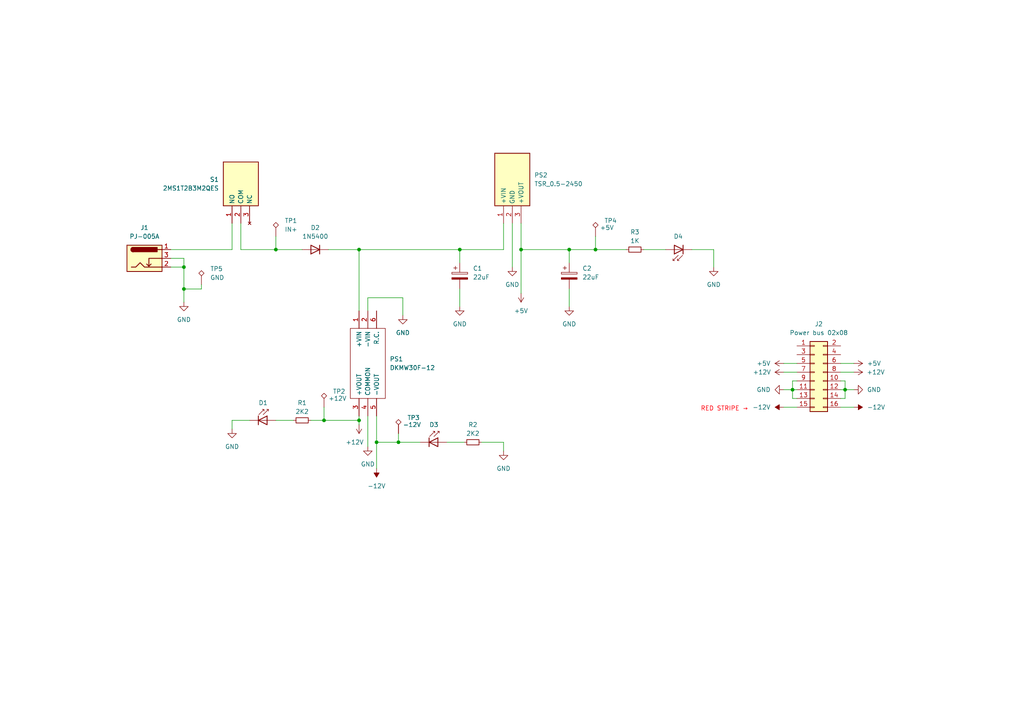
<source format=kicad_sch>
(kicad_sch (version 20231120) (generator "eeschema") (generator_version "8.0")
  (paper "A4")
  (title_block (title "Pike — 4hp power for eurorack") (date "2025-01-07") (company "github.com/Atarity/eurorack"))
  (lib_symbols
    (symbol "2MS1T2B3M2QES:2MS1T2B3M2QES"
      (property "Reference" "S" (at 19.05 7.62 0))
      (property "Value" "2MS1T2B3M2QES" (at 19.05 5.08 0))
      (symbol "2MS1T2B3M2QES_1_1"
        (rectangle (start 5.08 2.54) (end 17.78 -7.62) (stroke (width 0.254)) (fill (type background)))
        (pin passive line (at 0 -5.08 0) (length 5.08) (name "NO") (number "1"))
        (pin passive line (at 0 -2.54 0) (length 5.08) (name "COM") (number "2"))
        (pin no_connect line (at 0 0 0) (length 5.08) (name "NC") (number "3"))
      )
    )
    (symbol "Connector:TestPoint_Alt" (pin_numbers hide) (pin_names (offset 0.762) hide)
      (property "Reference" "TP" (at 0 6.858 0))
      (property "Value" "TestPoint_Alt" (at 0 5.08 0))
      (symbol "TestPoint_Alt_0_1"
        (polyline (pts (xy 0 2.54) (xy -0.762 3.302) (xy 0 4.064) (xy 0.762 3.302) (xy 0 2.54)))
      )
      (symbol "TestPoint_Alt_1_1"
        (pin passive line (at 0 0 90) (length 2.54) (name "1") (number "1"))
      )
    )
    (symbol "Connector_Generic:Conn_02x08_Odd_Even" (pin_names (offset 1.016) hide)
      (property "Reference" "J" (at 1.27 10.16 0))
      (property "Value" "Conn_02x08_Odd_Even" (at 1.27 -12.7 0))
      (symbol "Conn_02x08_Odd_Even_1_1"
        (rectangle (start -1.27 -10.033) (end 0 -10.287) (stroke (width 0.1524)))
        (rectangle (start -1.27 -7.493) (end 0 -7.747) (stroke (width 0.1524)))
        (rectangle (start -1.27 -4.953) (end 0 -5.207) (stroke (width 0.1524)))
        (rectangle (start -1.27 -2.413) (end 0 -2.667) (stroke (width 0.1524)))
        (rectangle (start -1.27 0.127) (end 0 -0.127) (stroke (width 0.1524)))
        (rectangle (start -1.27 2.667) (end 0 2.413) (stroke (width 0.1524)))
        (rectangle (start -1.27 5.207) (end 0 4.953) (stroke (width 0.1524)))
        (rectangle (start -1.27 7.747) (end 0 7.493) (stroke (width 0.1524)))
        (rectangle (start -1.27 8.89) (end 3.81 -11.43) (stroke (width 0.254)) (fill (type background)))
        (rectangle (start 3.81 -10.033) (end 2.54 -10.287) (stroke (width 0.1524)))
        (rectangle (start 3.81 -7.493) (end 2.54 -7.747) (stroke (width 0.1524)))
        (rectangle (start 3.81 -4.953) (end 2.54 -5.207) (stroke (width 0.1524)))
        (rectangle (start 3.81 -2.413) (end 2.54 -2.667) (stroke (width 0.1524)))
        (rectangle (start 3.81 0.127) (end 2.54 -0.127) (stroke (width 0.1524)))
        (rectangle (start 3.81 2.667) (end 2.54 2.413) (stroke (width 0.1524)))
        (rectangle (start 3.81 5.207) (end 2.54 4.953) (stroke (width 0.1524)))
        (rectangle (start 3.81 7.747) (end 2.54 7.493) (stroke (width 0.1524)))
        (pin passive line (at -5.08 7.62 0) (length 3.81) (name "Pin_1") (number "1"))
        (pin passive line (at 7.62 -2.54 180) (length 3.81) (name "Pin_10") (number "10"))
        (pin passive line (at -5.08 -5.08 0) (length 3.81) (name "Pin_11") (number "11"))
        (pin passive line (at 7.62 -5.08 180) (length 3.81) (name "Pin_12") (number "12"))
        (pin passive line (at -5.08 -7.62 0) (length 3.81) (name "Pin_13") (number "13"))
        (pin passive line (at 7.62 -7.62 180) (length 3.81) (name "Pin_14") (number "14"))
        (pin passive line (at -5.08 -10.16 0) (length 3.81) (name "Pin_15") (number "15"))
        (pin passive line (at 7.62 -10.16 180) (length 3.81) (name "Pin_16") (number "16"))
        (pin passive line (at 7.62 7.62 180) (length 3.81) (name "Pin_2") (number "2"))
        (pin passive line (at -5.08 5.08 0) (length 3.81) (name "Pin_3") (number "3"))
        (pin passive line (at 7.62 5.08 180) (length 3.81) (name "Pin_4") (number "4"))
        (pin passive line (at -5.08 2.54 0) (length 3.81) (name "Pin_5") (number "5"))
        (pin passive line (at 7.62 2.54 180) (length 3.81) (name "Pin_6") (number "6"))
        (pin passive line (at -5.08 0 0) (length 3.81) (name "Pin_7") (number "7"))
        (pin passive line (at 7.62 0 180) (length 3.81) (name "Pin_8") (number "8"))
        (pin passive line (at -5.08 -2.54 0) (length 3.81) (name "Pin_9") (number "9"))
      )
    )
    (symbol "DKMW30F-12:DKMW30F-12" (pin_names (offset 0.762))
      (property "Reference" "PS" (at 26.67 7.62 0))
      (property "Value" "DKMW30F-12" (at 26.67 5.08 0))
      (symbol "DKMW30F-12_0_0"
        (pin passive line (at 0 -5.08 0) (length 5.08) (name "+VIN") (number "1"))
        (pin passive line (at 0 -2.54 0) (length 5.08) (name "-VIN") (number "2"))
        (pin passive line (at 30.48 -5.08 180) (length 5.08) (name "+VOUT") (number "3"))
        (pin passive line (at 30.48 -2.54 180) (length 5.08) (name "COMMON") (number "4"))
        (pin passive line (at 30.48 0 180) (length 5.08) (name "-VOUT") (number "5"))
        (pin passive line (at 0 0 0) (length 5.08) (name "R.C.") (number "6"))
      )
      (symbol "DKMW30F-12_0_1"
        (polyline (pts (xy 5.08 2.54) (xy 25.4 2.54) (xy 25.4 -7.62) (xy 5.08 -7.62) (xy 5.08 2.54)) (stroke (width 0.1524)))
      )
    )
    (symbol "Device:C_Polarized" (pin_numbers hide) (pin_names (offset 0.254))
      (property "Reference" "C" (at 0.635 2.54 0))
      (property "Value" "C_Polarized" (at 0.635 -2.54 0))
      (symbol "C_Polarized_0_1"
        (rectangle (start -2.286 0.508) (end 2.286 1.016))
        (polyline (pts (xy -1.778 2.286) (xy -0.762 2.286)))
        (polyline (pts (xy -1.27 2.794) (xy -1.27 1.778)))
        (rectangle (start 2.286 -0.508) (end -2.286 -1.016) (fill (type outline)))
      )
      (symbol "C_Polarized_1_1"
        (pin passive line (at 0 3.81 270) (length 2.794) (name "~") (number "1"))
        (pin passive line (at 0 -3.81 90) (length 2.794) (name "~") (number "2"))
      )
    )
    (symbol "Device:R_Small" (pin_numbers hide) (pin_names (offset 0.254) hide)
      (property "Reference" "R" (at 0.762 0.508 0))
      (property "Value" "R_Small" (at 0.762 -1.016 0))
      (symbol "R_Small_0_1"
        (rectangle (start -0.762 1.778) (end 0.762 -1.778) (stroke (width 0.2032)))
      )
      (symbol "R_Small_1_1"
        (pin passive line (at 0 2.54 270) (length 0.762) (name "~") (number "1"))
        (pin passive line (at 0 -2.54 90) (length 0.762) (name "~") (number "2"))
      )
    )
    (symbol "Diode:1N5400" (pin_numbers hide) (pin_names hide)
      (property "Reference" "D" (at 0 2.54 0))
      (property "Value" "1N5400" (at 0 -2.54 0))
      (symbol "1N5400_0_1"
        (polyline (pts (xy -1.27 1.27) (xy -1.27 -1.27)) (stroke (width 0.254)))
        (polyline (pts (xy 1.27 0) (xy -1.27 0)))
        (polyline (pts (xy 1.27 1.27) (xy 1.27 -1.27) (xy -1.27 0) (xy 1.27 1.27)) (stroke (width 0.254)))
      )
      (symbol "1N5400_1_1"
        (pin passive line (at -3.81 0 0) (length 2.54) (name "K") (number "1"))
        (pin passive line (at 3.81 0 180) (length 2.54) (name "A") (number "2"))
      )
    )
    (symbol "LED:IR204A" (pin_numbers hide) (pin_names (offset 1.016) hide)
      (property "Reference" "D" (at 0.508 1.778 0))
      (property "Value" "IR204A" (at -1.016 -2.794 0))
      (symbol "IR204A_0_1"
        (polyline (pts (xy -2.54 1.27) (xy -2.54 -1.27)) (stroke (width 0.254)))
        (polyline (pts (xy 0 0) (xy -2.54 0)))
        (polyline (pts (xy 0.381 3.175) (xy -0.127 3.175)))
        (polyline (pts (xy -1.143 1.651) (xy 0.381 3.175) (xy 0.381 2.667)))
        (polyline (pts (xy 0 1.27) (xy -2.54 0) (xy 0 -1.27) (xy 0 1.27)) (stroke (width 0.254)))
        (polyline (pts (xy -2.413 1.651) (xy -0.889 3.175) (xy -0.889 2.667) (xy -0.889 3.175) (xy -1.397 3.175)))
      )
      (symbol "IR204A_1_1"
        (pin passive line (at -5.08 0 0) (length 2.54) (name "K") (number "1"))
        (pin passive line (at 2.54 0 180) (length 2.54) (name "A") (number "2"))
      )
    )
    (symbol "PJ-005A:PJ-005A" (pin_names hide)
      (property "Reference" "J" (at 0 5.334 0))
      (property "Value" "PJ-005A" (at 0 -5.08 0))
      (symbol "PJ-005A_0_1"
        (rectangle (start -5.08 3.81) (end 5.08 -3.81) (stroke (width 0.254)) (fill (type background)))
        (arc (start -3.302 3.175) (mid -3.9343 2.54) (end -3.302 1.905) (stroke (width 0.254)))
        (arc (start -3.302 3.175) (mid -3.9343 2.54) (end -3.302 1.905) (stroke (width 0.254)) (fill (type outline)))
        (polyline (pts (xy 1.27 -2.286) (xy 1.905 -1.651)) (stroke (width 0.254)))
        (polyline (pts (xy 5.08 2.54) (xy 3.81 2.54)) (stroke (width 0.254)))
        (polyline (pts (xy 5.08 0) (xy 1.27 0) (xy 1.27 -2.286) (xy 0.635 -1.651)) (stroke (width 0.254)))
        (polyline (pts (xy -3.81 -2.54) (xy -2.54 -2.54) (xy -1.27 -1.27) (xy 0 -2.54) (xy 2.54 -2.54) (xy 5.08 -2.54)) (stroke (width 0.254)))
        (rectangle (start 3.683 3.175) (end -3.302 1.905) (stroke (width 0.254)) (fill (type outline)))
      )
      (symbol "PJ-005A_1_1"
        (pin passive line (at 7.62 2.54 180) (length 2.54) (name "~") (number "1"))
        (pin passive line (at 7.62 -2.54 180) (length 2.54) (name "~") (number "2"))
        (pin passive line (at 7.62 0 180) (length 2.54) (name "~") (number "3"))
      )
    )
    (symbol "TSR_0.5-2450:TSR_0.5-2450"
      (property "Reference" "PS" (at 21.59 7.62 0))
      (property "Value" "TSR_0.5-2450" (at 21.59 5.08 0))
      (symbol "TSR_0.5-2450_1_1"
        (rectangle (start 5.08 2.54) (end 20.32 -7.62) (stroke (width 0.254)) (fill (type background)))
        (pin passive line (at 0 0 0) (length 5.08) (name "+VIN") (number "1"))
        (pin passive line (at 0 -2.54 0) (length 5.08) (name "GND") (number "2"))
        (pin passive line (at 0 -5.08 0) (length 5.08) (name "+VOUT") (number "3"))
      )
    )
    (symbol "power:+12V" (power) (pin_names (offset 0))
      (property "Value" "+12V" (at 0 3.556 0))
      (symbol "+12V_0_1"
        (polyline (pts (xy -0.762 1.27) (xy 0 2.54)))
        (polyline (pts (xy 0 0) (xy 0 2.54)))
        (polyline (pts (xy 0 2.54) (xy 0.762 1.27)))
      )
      (symbol "+12V_1_1"
        (pin power_in line (at 0 0 90) (length 0) hide (name "+12V") (number "1"))
      )
    )
    (symbol "power:+5V" (power) (pin_names (offset 0))
      (property "Value" "+5V" (at 0 3.556 0))
      (symbol "+5V_0_1"
        (polyline (pts (xy -0.762 1.27) (xy 0 2.54)))
        (polyline (pts (xy 0 0) (xy 0 2.54)))
        (polyline (pts (xy 0 2.54) (xy 0.762 1.27)))
      )
      (symbol "+5V_1_1"
        (pin power_in line (at 0 0 90) (length 0) hide (name "+5V") (number "1"))
      )
    )
    (symbol "power:-12V" (power) (pin_names (offset 0))
      (property "Value" "-12V" (at 0 3.81 0))
      (symbol "-12V_0_0"
        (pin power_in line (at 0 0 90) (length 0) hide (name "-12V") (number "1"))
      )
      (symbol "-12V_0_1"
        (polyline (pts (xy 0 0) (xy 0 1.27) (xy 0.762 1.27) (xy 0 2.54) (xy -0.762 1.27) (xy 0 1.27)) (fill (type outline)))
      )
    )
    (symbol "power:GND" (power) (pin_names (offset 0))
      (property "Value" "GND" (at 0 -3.81 0))
      (symbol "GND_0_1"
        (polyline (pts (xy 0 0) (xy 0 -1.27) (xy 1.27 -1.27) (xy 0 -2.54) (xy -1.27 -1.27) (xy 0 -1.27)))
      )
      (symbol "GND_1_1"
        (pin power_in line (at 0 0 270) (length 0) hide (name "GND") (number "1"))
      )
    )
  )
  (junction (at 80.01 72.39))
  (junction (at 172.72 72.39))
  (junction (at 133.35 72.39))
  (junction (at 229.87 113.03))
  (junction (at 115.57 128.27))
  (junction (at 93.98 121.92))
  (junction (at 151.13 72.39))
  (junction (at 245.11 113.03))
  (junction (at 53.34 77.47))
  (junction (at 104.14 121.92))
  (junction (at 104.14 72.39))
  (junction (at 109.22 128.27))
  (junction (at 165.1 72.39))
  (junction (at 53.34 83.82))
  (wire (pts (xy 245.11 115.57) (xy 245.11 113.03)))
  (wire (pts (xy 80.01 72.39) (xy 87.63 72.39)))
  (wire (pts (xy 95.25 72.39) (xy 104.14 72.39)))
  (wire (pts (xy 207.01 72.39) (xy 200.66 72.39)))
  (wire (pts (xy 207.01 77.47) (xy 207.01 72.39)))
  (wire (pts (xy 229.87 113.03) (xy 229.87 115.57)))
  (wire (pts (xy 245.11 113.03) (xy 247.65 113.03)))
  (wire (pts (xy 229.87 113.03) (xy 231.14 113.03)))
  (wire (pts (xy 69.85 64.77) (xy 69.85 72.39)))
  (wire (pts (xy 53.34 83.82) (xy 53.34 87.63)))
  (wire (pts (xy 104.14 121.92) (xy 104.14 123.19)))
  (wire (pts (xy 53.34 77.47) (xy 53.34 83.82)))
  (wire (pts (xy 67.31 64.77) (xy 67.31 72.39)))
  (wire (pts (xy 80.01 121.92) (xy 85.09 121.92)))
  (wire (pts (xy 172.72 68.58) (xy 172.72 72.39)))
  (wire (pts (xy 151.13 72.39) (xy 165.1 72.39)))
  (wire (pts (xy 151.13 64.77) (xy 151.13 72.39)))
  (wire (pts (xy 229.87 115.57) (xy 231.14 115.57)))
  (wire (pts (xy 115.57 128.27) (xy 121.92 128.27)))
  (wire (pts (xy 106.68 120.65) (xy 106.68 129.54)))
  (wire (pts (xy 129.54 128.27) (xy 134.62 128.27)))
  (wire (pts (xy 109.22 120.65) (xy 109.22 128.27)))
  (wire (pts (xy 93.98 121.92) (xy 104.14 121.92)))
  (wire (pts (xy 146.05 72.39) (xy 146.05 64.77)))
  (wire (pts (xy 146.05 130.81) (xy 146.05 128.27)))
  (wire (pts (xy 172.72 72.39) (xy 181.61 72.39)))
  (wire (pts (xy 243.84 118.11) (xy 247.65 118.11)))
  (wire (pts (xy 69.85 72.39) (xy 80.01 72.39)))
  (wire (pts (xy 80.01 68.58) (xy 80.01 72.39)))
  (wire (pts (xy 106.68 86.36) (xy 116.84 86.36)))
  (wire (pts (xy 165.1 72.39) (xy 172.72 72.39)))
  (wire (pts (xy 90.17 121.92) (xy 93.98 121.92)))
  (wire (pts (xy 227.33 105.41) (xy 231.14 105.41)))
  (wire (pts (xy 133.35 72.39) (xy 146.05 72.39)))
  (wire (pts (xy 231.14 110.49) (xy 229.87 110.49)))
  (wire (pts (xy 151.13 72.39) (xy 151.13 85.09)))
  (wire (pts (xy 165.1 72.39) (xy 165.1 76.2)))
  (wire (pts (xy 227.33 107.95) (xy 231.14 107.95)))
  (wire (pts (xy 115.57 125.73) (xy 115.57 128.27)))
  (wire (pts (xy 243.84 107.95) (xy 247.65 107.95)))
  (wire (pts (xy 53.34 74.93) (xy 53.34 77.47)))
  (wire (pts (xy 245.11 113.03) (xy 245.11 110.49)))
  (wire (pts (xy 133.35 83.82) (xy 133.35 88.9)))
  (wire (pts (xy 49.53 74.93) (xy 53.34 74.93)))
  (wire (pts (xy 109.22 128.27) (xy 109.22 135.89)))
  (wire (pts (xy 49.53 77.47) (xy 53.34 77.47)))
  (wire (pts (xy 93.98 118.11) (xy 93.98 121.92)))
  (wire (pts (xy 165.1 83.82) (xy 165.1 88.9)))
  (wire (pts (xy 116.84 86.36) (xy 116.84 91.44)))
  (wire (pts (xy 106.68 90.17) (xy 106.68 86.36)))
  (wire (pts (xy 227.33 113.03) (xy 229.87 113.03)))
  (wire (pts (xy 104.14 72.39) (xy 133.35 72.39)))
  (wire (pts (xy 146.05 128.27) (xy 139.7 128.27)))
  (wire (pts (xy 229.87 110.49) (xy 229.87 113.03)))
  (wire (pts (xy 243.84 113.03) (xy 245.11 113.03)))
  (wire (pts (xy 104.14 120.65) (xy 104.14 121.92)))
  (wire (pts (xy 58.42 82.55) (xy 58.42 83.82)))
  (wire (pts (xy 227.33 118.11) (xy 231.14 118.11)))
  (wire (pts (xy 243.84 115.57) (xy 245.11 115.57)))
  (wire (pts (xy 67.31 124.46) (xy 67.31 121.92)))
  (wire (pts (xy 104.14 72.39) (xy 104.14 90.17)))
  (wire (pts (xy 109.22 128.27) (xy 115.57 128.27)))
  (wire (pts (xy 67.31 121.92) (xy 72.39 121.92)))
  (wire (pts (xy 243.84 105.41) (xy 247.65 105.41)))
  (wire (pts (xy 186.69 72.39) (xy 193.04 72.39)))
  (wire (pts (xy 58.42 83.82) (xy 53.34 83.82)))
  (wire (pts (xy 148.59 64.77) (xy 148.59 77.47)))
  (wire (pts (xy 133.35 72.39) (xy 133.35 76.2)))
  (wire (pts (xy 245.11 110.49) (xy 243.84 110.49)))
  (wire (pts (xy 49.53 72.39) (xy 67.31 72.39)))
  (text "RED STRIPE →" (at 203.2 119.38 0) (effects (font (size 1.27 1.27)) (justify left bottom)))
  (symbol (lib_id "Connector:TestPoint_Alt") (at 172.72 68.58 0) (unit 1)
    (property "Reference" "TP4" (at 175.26 64.008 0) (effects (justify left)))
    (property "Value" "+5V" (at 173.99 66.04 0) (effects (justify left)))
    (property "Footprint" "TestPoint:TestPoint_Pad_D1.0mm" (effects (hide yes)))
  )
  (symbol (lib_id "Device:C_Polarized") (at 165.1 80.01 0) (unit 1)
    (property "Reference" "C2" (at 168.91 77.851 0) (effects (justify left)))
    (property "Value" "22uF" (at 168.91 80.391 0) (effects (justify left)))
    (property "Footprint" "Capacitor_THT:CP_Radial_D6.3mm_P2.50mm" (effects (hide yes)))
  )
  (symbol (lib_id "power:+12V") (at 247.65 107.95 270) (unit 1)
    (property "Reference" "#PWR017" (effects (hide yes)))
    (property "Value" "+12V" (at 254 107.95 90))
  )
  (symbol (lib_id "power:GND") (at 53.34 87.63 0) (unit 1)
    (property "Reference" "#PWR01" (effects (hide yes)))
    (property "Value" "GND" (at 53.34 92.71 0))
  )
  (symbol (lib_id "power:+12V") (at 104.14 123.19 180) (unit 1)
    (property "Reference" "#PWR03" (effects (hide yes)))
    (property "Value" "+12V" (at 102.87 128.27 0))
  )
  (symbol (lib_id "power:GND") (at 247.65 113.03 90) (unit 1)
    (property "Reference" "#PWR015" (effects (hide yes)))
    (property "Value" "GND" (at 251.46 113.03 90) (effects (justify right)))
  )
  (symbol (lib_id "power:-12V") (at 109.22 135.89 180) (unit 1)
    (property "Reference" "#PWR05" (effects (hide yes)))
    (property "Value" "-12V" (at 109.22 140.97 0))
  )
  (symbol (lib_id "power:GND") (at 67.31 124.46 0) (unit 1)
    (property "Reference" "#PWR02" (effects (hide yes)))
    (property "Value" "GND" (at 67.31 129.54 0))
  )
  (symbol (lib_id "Device:R_Small") (at 137.16 128.27 90) (unit 1)
    (property "Reference" "R2" (at 137.16 123.19 90))
    (property "Value" "2K2" (at 137.16 125.73 90))
    (property "Footprint" "Resistor_THT:R_Axial_DIN0207_L6.3mm_D2.5mm_P7.62mm_Horizontal" (effects (hide yes)))
  )
  (symbol (lib_id "power:+5V") (at 151.13 85.09 180) (unit 1)
    (property "Reference" "#PWR010" (effects (hide yes)))
    (property "Value" "+5V" (at 151.13 90.17 0))
  )
  (symbol (lib_id "Connector:TestPoint_Alt") (at 93.98 118.11 0) (unit 1)
    (property "Reference" "TP2" (at 96.52 113.538 0) (effects (justify left)))
    (property "Value" "+12V" (at 95.25 115.57 0) (effects (justify left)))
    (property "Footprint" "TestPoint:TestPoint_Pad_D1.0mm" (effects (hide yes)))
  )
  (symbol (lib_id "power:GND") (at 133.35 88.9 0) (unit 1)
    (property "Reference" "#PWR07" (effects (hide yes)))
    (property "Value" "GND" (at 133.35 93.98 0))
  )
  (symbol (lib_id "power:-12V") (at 227.33 118.11 90) (unit 1)
    (property "Reference" "#PWR013" (effects (hide yes)))
    (property "Value" "-12V" (at 223.52 118.11 90) (effects (justify left)))
  )
  (symbol (lib_id "power:+12V") (at 227.33 107.95 90) (unit 1)
    (property "Reference" "#PWR016" (effects (hide yes)))
    (property "Value" "+12V" (at 220.98 107.95 90))
  )
  (symbol (lib_id "PJ-005A:PJ-005A") (at 41.91 74.93 0) (unit 1)
    (property "Reference" "J1" (at 41.91 66.04 0))
    (property "Value" "PJ-005A" (at 41.91 68.58 0))
    (property "Footprint" "PJ-005A:PJ005A" (effects (hide yes)))
    (property "Datasheet" "https://www.mouser.fi/datasheet/2/670/pj_005a-1778706.pdf" (effects (hide yes)))
    (property "Vendor" "CUI Devices" (effects (hide yes)))
  )
  (symbol (lib_id "power:GND") (at 116.84 91.44 0) (unit 1)
    (property "Reference" "#PWR06" (effects (hide yes)))
    (property "Value" "GND" (at 116.84 96.52 0))
  )
  (symbol (lib_id "Diode:1N5400") (at 91.44 72.39 180) (unit 1)
    (property "Reference" "D2" (at 91.44 66.04 0))
    (property "Value" "1N5400" (at 91.44 68.58 0))
    (property "Footprint" "Diode_THT:D_DO-201AD_P15.24mm_Horizontal" (effects (hide yes)))
    (property "Datasheet" "http://www.vishay.com/docs/88516/1n5400.pdf" (effects (hide yes)))
    (property "Sim.Device" "D" (effects (hide yes)))
    (property "Sim.Pins" "1=K 2=A" (effects (hide yes)))
  )
  (symbol (lib_id "power:GND") (at 106.68 129.54 0) (unit 1)
    (property "Reference" "#PWR04" (effects (hide yes)))
    (property "Value" "GND" (at 106.68 134.62 0))
  )
  (symbol (lib_id "LED:IR204A") (at 77.47 121.92 0) (unit 1)
    (property "Reference" "D1" (at 76.327 116.84 0))
    (property "Value" "604-WP424GDT" (effects (hide yes)))
    (property "Footprint" "LED_THT:LED_D3.0mm_IRBlack" (effects (hide yes)))
  )
  (symbol (lib_id "Device:R_Small") (at 184.15 72.39 90) (unit 1)
    (property "Reference" "R3" (at 184.15 67.31 90))
    (property "Value" "1K" (at 184.15 69.85 90))
    (property "Footprint" "Resistor_THT:R_Axial_DIN0207_L6.3mm_D2.5mm_P7.62mm_Horizontal" (effects (hide yes)))
  )
  (symbol (lib_id "power:GND") (at 146.05 130.81 0) (unit 1)
    (property "Reference" "#PWR08" (effects (hide yes)))
    (property "Value" "GND" (at 146.05 135.89 0))
  )
  (symbol (lib_id "Device:R_Small") (at 87.63 121.92 90) (unit 1)
    (property "Reference" "R1" (at 87.63 116.84 90))
    (property "Value" "2K2" (at 87.63 119.38 90))
    (property "Footprint" "Resistor_THT:R_Axial_DIN0207_L6.3mm_D2.5mm_P7.62mm_Horizontal" (effects (hide yes)))
  )
  (symbol (lib_id "TSR_0.5-2450:TSR_0.5-2450") (at 146.05 64.77 90) (unit 1)
    (property "Reference" "PS2" (at 154.94 50.8 90) (effects (justify right)))
    (property "Value" "TSR_0.5-2450" (at 154.94 53.34 90) (effects (justify right)))
    (property "Footprint" "TSR_0.5-2450:TSR-0.5-2433" (effects (hide yes)))
    (property "Datasheet" "https://tracopower.com/tsr0-5-datasheet/" (effects (hide yes)))
    (property "Mouser Part Number" "495-TSR0.5-2450" (effects (hide yes)))
    (property "Mouser Price/Stock" "https://www.mouser.co.uk/ProductDetail/TRACO-Power/TSR-0.5-2450?qs=ckJk83FOD0XpEgQBSwF%2FIw%3D%3D" (effects (hide yes)))
    (property "Manufacturer_Name" "Traco Power" (effects (hide yes)))
    (property "Manufacturer_Part_Number" "TSR 0.5-2450" (effects (hide yes)))
  )
  (symbol (lib_id "Connector_Generic:Conn_02x08_Odd_Even") (at 236.22 107.95 0) (unit 1)
    (property "Reference" "J2" (at 237.49 93.98 0))
    (property "Value" "Power bus 02x08" (at 237.49 96.52 0))
    (property "Footprint" "Connector_PinHeader_2.54mm:PinHeader_2x08_P2.54mm_Vertical" (effects (hide yes)))
  )
  (symbol (lib_id "DKMW30F-12:DKMW30F-12") (at 109.22 90.17 270) (unit 1)
    (property "Reference" "PS1" (at 113.03 104.14 90) (effects (justify left)))
    (property "Value" "DKMW30F-12" (at 113.03 106.68 90) (effects (justify left)))
    (property "Footprint" "DKMW30F-12:DKMW30F15" (effects (hide yes)))
    (property "Datasheet" "https://www.meanwell-web.com/content/files/pdfs/productPdfs/MW/Short_Form_dd_en.pdf" (effects (hide yes)))
    (property "Description" "Isolated DC/DC Converters 9-36Vin +/-12Vout +/-1250mA DIP Iso" (effects (hide yes)))
    (property "Height" "10.2" (effects (hide yes)))
    (property "Mouser Part Number" "709-DKMW30F-12" (effects (hide yes)))
    (property "Mouser Price/Stock" "https://www.mouser.co.uk/ProductDetail/MEAN-WELL/DKMW30F-12?qs=5aG0NVq1C4xuBs7GEt7vmw%3D%3D" (effects (hide yes)))
    (property "Manufacturer_Name" "Mean Well" (effects (hide yes)))
    (property "Manufacturer_Part_Number" "DKMW30F-12" (effects (hide yes)))
  )
  (symbol (lib_id "2MS1T2B3M2QES:2MS1T2B3M2QES") (at 72.39 64.77 270) (mirror x) (unit 1)
    (property "Reference" "S1" (at 63.5 52.07 90) (effects (justify right)))
    (property "Value" "2MS1T2B3M2QES" (at 63.5 54.61 90) (effects (justify right)))
    (property "Footprint" "2MS1T2B3M2QES:2MS1-pcb-edge" (effects (hide yes)))
    (property "Height" "19.56" (effects (hide yes)))
    (property "Mouser Part Number" "118-2MS1T2B3M2QES" (effects (hide yes)))
    (property "Mouser Price/Stock" "https://www.mouser.co.uk/ProductDetail/Dailywell/2MS1T2B3M2QES?qs=B6kkDfuK7%2FA47d%2FxOCDsrA%3D%3D" (effects (hide yes)))
    (property "Manufacturer_Name" "Dailywell" (effects (hide yes)))
    (property "Manufacturer_Part_Number" "2MS1T2B3M2QES" (effects (hide yes)))
  )
  (symbol (lib_id "power:+5V") (at 247.65 105.41 270) (unit 1)
    (property "Reference" "#PWR019" (effects (hide yes)))
    (property "Value" "+5V" (at 251.46 105.41 90) (effects (justify left)))
  )
  (symbol (lib_id "power:GND") (at 148.59 77.47 0) (unit 1)
    (property "Reference" "#PWR09" (effects (hide yes)))
    (property "Value" "GND" (at 148.59 82.55 0))
  )
  (symbol (lib_id "LED:IR204A") (at 127 128.27 0) (unit 1)
    (property "Reference" "D3" (at 125.857 123.19 0))
    (property "Value" "604-WP424GDT" (effects (hide yes)))
    (property "Footprint" "LED_THT:LED_D3.0mm_IRBlack" (effects (hide yes)))
  )
  (symbol (lib_id "Device:C_Polarized") (at 133.35 80.01 0) (unit 1)
    (property "Reference" "C1" (at 137.16 77.851 0) (effects (justify left)))
    (property "Value" "22uF" (at 137.16 80.391 0) (effects (justify left)))
    (property "Footprint" "Capacitor_THT:CP_Radial_D6.3mm_P2.50mm" (effects (hide yes)))
  )
  (symbol (lib_id "power:GND") (at 227.33 113.03 270) (unit 1)
    (property "Reference" "#PWR014" (effects (hide yes)))
    (property "Value" "GND" (at 223.52 113.03 90) (effects (justify right)))
  )
  (symbol (lib_id "Connector:TestPoint_Alt") (at 80.01 68.58 0) (unit 1)
    (property "Reference" "TP1" (at 82.55 64.008 0) (effects (justify left)))
    (property "Value" "IN+" (at 82.55 66.548 0) (effects (justify left)))
    (property "Footprint" "TestPoint:TestPoint_Pad_D1.0mm" (effects (hide yes)))
  )
  (symbol (lib_id "power:GND") (at 207.01 77.47 0) (unit 1)
    (property "Reference" "#PWR012" (effects (hide yes)))
    (property "Value" "GND" (at 207.01 82.55 0))
  )
  (symbol (lib_id "Connector:TestPoint_Alt") (at 58.42 82.55 0) (unit 1)
    (property "Reference" "TP5" (at 60.96 77.978 0) (effects (justify left)))
    (property "Value" "GND" (at 60.96 80.518 0) (effects (justify left)))
    (property "Footprint" "TestPoint:TestPoint_Pad_D1.0mm" (effects (hide yes)))
  )
  (symbol (lib_id "Connector:TestPoint_Alt") (at 115.57 125.73 0) (unit 1)
    (property "Reference" "TP3" (at 118.11 121.158 0) (effects (justify left)))
    (property "Value" "-12V" (at 116.84 123.19 0) (effects (justify left)))
    (property "Footprint" "TestPoint:TestPoint_Pad_D1.0mm" (effects (hide yes)))
  )
  (symbol (lib_id "LED:IR204A") (at 195.58 72.39 180) (unit 1)
    (property "Reference" "D4" (at 196.723 68.58 0))
    (property "Value" "604-WP424GDT" (effects (hide yes)))
    (property "Footprint" "LED_THT:LED_D3.0mm_IRBlack" (effects (hide yes)))
  )
  (symbol (lib_id "power:-12V") (at 247.65 118.11 270) (unit 1)
    (property "Reference" "#PWR020" (effects (hide yes)))
    (property "Value" "-12V" (at 251.46 118.11 90) (effects (justify left)))
  )
  (symbol (lib_id "power:+5V") (at 227.33 105.41 90) (unit 1)
    (property "Reference" "#PWR018" (effects (hide yes)))
    (property "Value" "+5V" (at 223.52 105.41 90) (effects (justify left)))
  )
  (symbol (lib_id "power:GND") (at 165.1 88.9 0) (unit 1)
    (property "Reference" "#PWR011" (effects (hide yes)))
    (property "Value" "GND" (at 165.1 93.98 0))
  )
)
</source>
